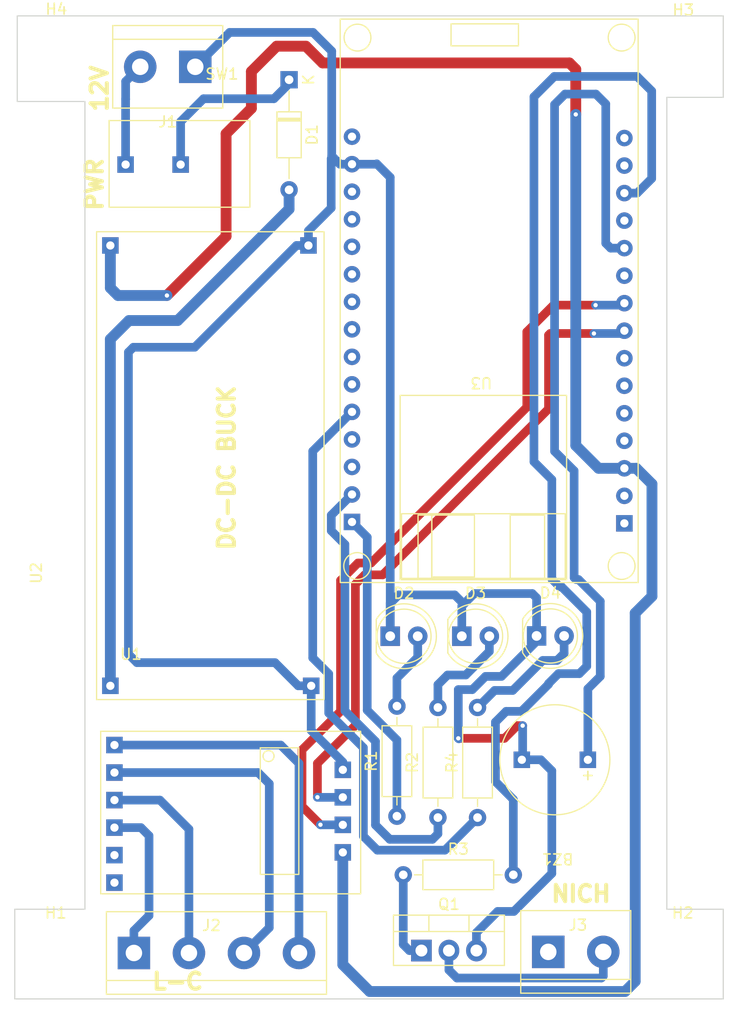
<source format=kicad_pcb>
(kicad_pcb (version 20211014) (generator pcbnew)
  (layers (0 "F.Cu" signal) (31 "B.Cu" signal) (34 "B.Paste" user) (35 "F.Paste" user) (36 "B.SilkS" user "B.Silkscreen") (37 "F.SilkS" user "F.Silkscreen") (38 "B.Mask" user) (39 "F.Mask" user) (44 "Edge.Cuts" user))
  (net 0 "")
  (net 1 "BUZZER")
  (net 2 "GND")
  (net 3 "Net-(D1-Pad1)")
  (net 4 "Net-(J2-Pad1)")
  (net 5 "Net-(D2-Pad2)")
  (net 6 "Net-(D3-Pad2)")
  (net 7 "Net-(D4-Pad2)")
  (net 8 "Net-(J1-Pad2)")
  (net 9 "Net-(J2-Pad2)")
  (net 10 "Net-(J2-Pad4)")
  (net 11 "11.1V")
  (net 12 "Net-(J3-Pad2)")
  (net 13 "Net-(Q1-Pad1)")
  (net 14 "LED1")
  (net 15 "NICHROME_PULSE")
  (net 16 "Net-(J2-Pad3)")
  (net 19 "5V")
  (net 20 "SCK")
  (net 21 "DT")
  (net 42 "LED3")
  (net 44 "LED2")
  (footprint "MountingHole:MountingHole_3.2mm_M3" (layer "F.Cu") (at 172.466 54.8132)
    (fp_text reference "H3" (at 0 -4.2) (layer "F.SilkS"))
    (fp_text value "MountingHole")
    (pad "" np_thru_hole circle (at 0 0) (size 3.2 3.2) (drill 3.2) (layers *.Cu *.Mask))
  )
  (footprint "Package_TO_SOT_THT:TO-220-3_Vertical" (layer "F.Cu") (at 148.2852 137.4192)
    (fp_text reference "Q1" (at 2.54 -4.27) (layer "F.SilkS"))
    (fp_text value "IRLZ34N")
    (fp_line (start -2.58 -1.76) (end 7.66 -1.76) (layer "F.SilkS") (width 0.12))
    (fp_line (start -2.58 -3.27) (end 7.66 -3.27) (layer "F.SilkS") (width 0.12))
    (fp_line (start -2.58 1.371) (end 7.66 1.371) (layer "F.SilkS") (width 0.12))
    (fp_line (start 4.391 -3.27) (end 4.391 -1.76) (layer "F.SilkS") (width 0.12))
    (fp_line (start -2.58 -3.27) (end -2.58 1.371) (layer "F.SilkS") (width 0.12))
    (fp_line (start 0.69 -3.27) (end 0.69 -1.76) (layer "F.SilkS") (width 0.12))
    (fp_line (start 7.66 -3.27) (end 7.66 1.371) (layer "F.SilkS") (width 0.12))
    (pad "1" thru_hole rect (at 0 0) (size 1.905 2) (drill 1.1) (layers *.Cu *.Mask) (net 13 "Net-(Q1-Pad1)"))
    (pad "2" thru_hole oval (at 2.54 0) (size 1.905 2) (drill 1.1) (layers *.Cu *.Mask) (net 12 "Net-(J3-Pad2)"))
    (pad "3" thru_hole oval (at 5.08 0) (size 1.905 2) (drill 1.1) (layers *.Cu *.Mask) (net 2 "GND"))
  )
  (footprint "custom-footprints:ESP32_DEVKIT" (layer "F.Cu") (at 168.2922 103.4512 180)
    (fp_text reference "U3" (at 14.478 18.439 180 unlocked) (layer "F.SilkS"))
    (fp_text value "ESP32_DEVKIT")
    (fp_rect (start 6.604 0.254) (end 21.971 17.272) (layer "F.SilkS") (width 0.12) (fill none))
    (fp_rect (start 15.113 0.508) (end 19.05 6.223) (layer "F.SilkS") (width 0.12) (fill none))
    (fp_rect (start 11.049 51.562) (end 17.272 49.53) (layer "F.SilkS") (width 0.12) (fill none))
    (fp_rect (start 0 0) (end 27.504 52) (layer "F.SilkS") (width 0.12) (fill none))
    (fp_rect (start 6.731 0.381) (end 21.844 6.35) (layer "F.SilkS") (width 0.12) (fill none))
    (fp_rect (start 8.636 0.381) (end 11.811 6.223) (layer "F.SilkS") (width 0.12) (fill none))
    (fp_rect (start 19.05 0.381) (end 20.32 6.223) (layer "F.SilkS") (width 0.12) (fill none))
    (fp_circle (center 1.524 50.292) (end 0.66181 51.181) (layer "F.SilkS") (width 0.12) (fill none))
    (fp_circle (center 25.939577 1.524) (end 25.077387 2.413) (layer "F.SilkS") (width 0.12) (fill none))
    (fp_circle (center 1.524 1.524) (end 0.66181 2.413) (layer "F.SilkS") (width 0.12) (fill none))
    (fp_circle (center 25.908 50.292) (end 25.04581 51.181) (layer "F.SilkS") (width 0.12) (fill none))
    (pad "1" thru_hole rect (at 1.27 5.461 180) (size 1.524 1.524) (drill oval 0.762) (layers *.Cu *.Mask))
    (pad "2" thru_hole circle (at 1.27 8.001 180) (size 1.524 1.524) (drill 0.762) (layers *.Cu *.Mask))
    (pad "3" thru_hole circle (at 1.27 10.541 180) (size 1.524 1.524) (drill 0.762) (layers *.Cu *.Mask) (net 19 "5V"))
    (pad "4" thru_hole circle (at 1.27 13.081 180) (size 1.524 1.524) (drill 0.762) (layers *.Cu *.Mask))
    (pad "5" thru_hole circle (at 1.27 15.621 180) (size 1.524 1.524) (drill 0.762) (layers *.Cu *.Mask))
    (pad "6" thru_hole circle (at 1.27 18.161 180) (size 1.524 1.524) (drill 0.762) (layers *.Cu *.Mask))
    (pad "7" thru_hole circle (at 1.27 20.701 180) (size 1.524 1.524) (drill 0.762) (layers *.Cu *.Mask))
    (pad "8" thru_hole circle (at 1.27 23.241 180) (size 1.524 1.524) (drill 0.762) (layers *.Cu *.Mask) (net 21 "DT"))
    (pad "9" thru_hole circle (at 1.27 25.781 180) (size 1.524 1.524) (drill 0.762) (layers *.Cu *.Mask) (net 20 "SCK"))
    (pad "10" thru_hole circle (at 1.27 28.321 180) (size 1.524 1.524) (drill 0.762) (layers *.Cu *.Mask))
    (pad "11" thru_hole circle (at 1.27 30.861 180) (size 1.524 1.524) (drill 0.762) (layers *.Cu *.Mask) (net 1 "BUZZER"))
    (pad "12" thru_hole circle (at 1.27 33.401 180) (size 1.524 1.524) (drill 0.762) (layers *.Cu *.Mask))
    (pad "13" thru_hole circle (at 1.27 35.941 180) (size 1.524 1.524) (drill 0.762) (layers *.Cu *.Mask) (net 15 "NICHROME_PULSE"))
    (pad "14" thru_hole circle (at 1.27 38.481 180) (size 1.524 1.524) (drill 0.762) (layers *.Cu *.Mask))
    (pad "15" thru_hole circle (at 1.27 41.021 180) (size 1.524 1.524) (drill 0.762) (layers *.Cu *.Mask))
    (pad "16" thru_hole circle (at 26.416 41.148 180) (size 1.524 1.524) (drill 0.762) (layers *.Cu *.Mask))
    (pad "17" thru_hole circle (at 26.416 38.608 180) (size 1.524 1.524) (drill 0.762) (layers *.Cu *.Mask) (net 2 "GND"))
    (pad "18" thru_hole circle (at 26.416 36.068 180) (size 1.524 1.524) (drill 0.762) (layers *.Cu *.Mask))
    (pad "19" thru_hole circle (at 26.416 33.528 180) (size 1.524 1.524) (drill 0.762) (layers *.Cu *.Mask))
    (pad "20" thru_hole circle (at 26.416 30.988 180) (size 1.524 1.524) (drill 0.762) (layers *.Cu *.Mask))
    (pad "21" thru_hole circle (at 26.416 28.448 180) (size 1.524 1.524) (drill 0.762) (layers *.Cu *.Mask))
    (pad "22" thru_hole circle (at 26.416 25.908 180) (size 1.524 1.524) (drill 0.762) (layers *.Cu *.Mask))
    (pad "23" thru_hole circle (at 26.416 23.368 180) (size 1.524 1.524) (drill 0.762) (layers *.Cu *.Mask))
    (pad "24" thru_hole circle (at 26.416 20.828 180) (size 1.524 1.524) (drill 0.762) (layers *.Cu *.Mask))
    (pad "25" thru_hole circle (at 26.416 18.288 180) (size 1.524 1.524) (drill 0.762) (layers *.Cu *.Mask))
    (pad "26" thru_hole circle (at 26.416 15.748 180) (size 1.524 1.524) (drill 0.762) (layers *.Cu *.Mask) (net 42 "LED3"))
    (pad "27" thru_hole circle (at 26.416 13.208 180) (size 1.524 1.524) (drill 0.762) (layers *.Cu *.Mask))
    (pad "28" thru_hole circle (at 26.416 10.668 180) (size 1.524 1.524) (drill 0.762) (layers *.Cu *.Mask))
    (pad "29" thru_hole circle (at 26.416 8.128 180) (size 1.524 1.524) (drill 0.762) (layers *.Cu *.Mask) (net 44 "LED2"))
    (pad "30" thru_hole rect (at 26.416 5.588 180) (size 1.524 1.524) (drill 0.762) (layers *.Cu *.Mask) (net 14 "LED1"))
  )
  (footprint "TerminalBlock:TerminalBlock_bornier-4_P5.08mm" (layer "F.Cu") (at 121.7422 137.6426)
    (fp_text reference "J2" (at 7.1628 -2.54) (layer "F.SilkS"))
    (fp_text value "LOAD_CELL_CONNECTOR")
    (fp_line (start -2.54 -3.81) (end -2.54 3.81) (layer "F.SilkS") (width 0.12))
    (fp_line (start -2.54 3.81) (end 17.78 3.81) (layer "F.SilkS") (width 0.12))
    (fp_line (start 17.78 2.54) (end -2.54 2.54) (layer "F.SilkS") (width 0.12))
    (fp_line (start 17.78 3.81) (end 17.78 -3.81) (layer "F.SilkS") (width 0.12))
    (fp_line (start -2.54 -3.81) (end 17.78 -3.81) (layer "F.SilkS") (width 0.12))
    (pad "1" thru_hole rect (at 0 0) (size 3 3) (drill 1.52) (layers *.Cu *.Mask) (net 4 "Net-(J2-Pad1)"))
    (pad "2" thru_hole circle (at 5.08 0) (size 3 3) (drill 1.52) (layers *.Cu *.Mask) (net 9 "Net-(J2-Pad2)"))
    (pad "3" thru_hole circle (at 10.16 0) (size 3 3) (drill 1.52) (layers *.Cu *.Mask) (net 16 "Net-(J2-Pad3)"))
    (pad "4" thru_hole circle (at 15.24 0) (size 3 3) (drill 1.52) (layers *.Cu *.Mask) (net 10 "Net-(J2-Pad4)"))
  )
  (footprint "LED_THT:LED_D5.0mm" (layer "F.Cu") (at 152.014 108.4072)
    (fp_text reference "D3" (at 1.27 -3.96) (layer "F.SilkS"))
    (fp_text value "LED")
    (fp_line (start -1.29 -1.545) (end -1.29 1.545) (layer "F.SilkS") (width 0.12))
    (fp_arc (start 4.26 -0.000462) (mid 2.072002 2.880433) (end -1.29 1.54483) (layer "F.SilkS") (width 0.12))
    (fp_arc (start -1.29 -1.54483) (mid 2.072002 -2.880433) (end 4.26 0.000462) (layer "F.SilkS") (width 0.12))
    (fp_circle (center 1.27 0) (end 3.77 0) (layer "F.SilkS") (width 0.12) (fill none))
    (pad "1" thru_hole rect (at 0 0) (size 1.8 1.8) (drill 0.9) (layers *.Cu *.Mask) (net 2 "GND"))
    (pad "2" thru_hole circle (at 2.54 0) (size 1.8 1.8) (drill 0.9) (layers *.Cu *.Mask) (net 6 "Net-(D3-Pad2)"))
  )
  (footprint "custom-footprints:HX711" (layer "F.Cu") (at 118.6764 117.182)
    (fp_text reference "U1" (at 2.794 -7.112 unlocked) (layer "F.SilkS"))
    (fp_text value "HX7111")
    (fp_rect (start 14.732 1.524) (end 18.288 13.208) (layer "F.SilkS") (width 0.12) (fill none))
    (fp_rect (start 0 0) (end 24 15) (layer "F.SilkS") (width 0.12) (fill none))
    (fp_circle (center 15.494 2.286) (end 15.494 2.794) (layer "F.SilkS") (width 0.12) (fill none))
    (pad "1" thru_hole rect (at 1.27 1.27) (size 1.524 1.524) (drill 0.762) (layers *.Cu *.Mask) (net 10 "Net-(J2-Pad4)"))
    (pad "2" thru_hole rect (at 1.27 3.81) (size 1.524 1.524) (drill 0.762) (layers *.Cu *.Mask) (net 16 "Net-(J2-Pad3)"))
    (pad "3" thru_hole rect (at 1.27 6.35) (size 1.524 1.524) (drill 0.762) (layers *.Cu *.Mask) (net 9 "Net-(J2-Pad2)"))
    (pad "4" thru_hole rect (at 1.27 8.89) (size 1.524 1.524) (drill 0.762) (layers *.Cu *.Mask) (net 4 "Net-(J2-Pad1)"))
    (pad "5" thru_hole rect (at 1.27 11.43) (size 1.524 1.524) (drill 0.762) (layers *.Cu *.Mask))
    (pad "6" thru_hole rect (at 1.27 13.97) (size 1.524 1.524) (drill 0.762) (layers *.Cu *.Mask))
    (pad "7" thru_hole rect (at 22.352 11.176) (size 1.524 1.524) (drill 0.762) (layers *.Cu *.Mask) (net 19 "5V"))
    (pad "8" thru_hole rect (at 22.352 8.636) (size 1.524 1.524) (drill 0.762) (layers *.Cu *.Mask) (net 20 "SCK"))
    (pad "9" thru_hole rect (at 22.352 6.096) (size 1.524 1.524) (drill 0.762) (layers *.Cu *.Mask) (net 21 "DT"))
    (pad "10" thru_hole rect (at 22.352 3.556) (size 1.524 1.524) (drill 0.762) (layers *.Cu *.Mask) (net 2 "GND"))
  )
  (footprint "custom-footprints:KDC1-11-ROCKER-SWITCH" (layer "F.Cu") (at 119.452 60.8142)
    (fp_text reference "SW1" (at 10.414 -4.294 unlocked) (layer "F.SilkS"))
    (fp_text value "ON")
    (fp_rect (start 0 0) (end 13 8) (layer "F.SilkS") (width 0.12) (fill none))
    (pad "1" thru_hole rect (at 1.524 4.064) (size 1.524 1.524) (drill 0.762) (layers *.Cu *.Mask) (net 8 "Net-(J1-Pad2)"))
    (pad "2" thru_hole rect (at 6.604 4.064) (size 1.524 1.524) (drill 0.762) (layers *.Cu *.Mask) (net 3 "Net-(D1-Pad1)"))
  )
  (footprint "Resistor_THT:R_Axial_DIN0207_L6.3mm_D2.5mm_P10.16mm_Horizontal" (layer "F.Cu") (at 149.8092 125.1458 90)
    (fp_text reference "R2" (at 5.08 -2.37 90) (layer "F.SilkS"))
    (fp_text value "100R")
    (fp_line (start 1.04 0) (end 1.81 0) (layer "F.SilkS") (width 0.12))
    (fp_line (start 1.81 1.37) (end 8.35 1.37) (layer "F.SilkS") (width 0.12))
    (fp_line (start 9.12 0) (end 8.35 0) (layer "F.SilkS") (width 0.12))
    (fp_line (start 8.35 -1.37) (end 1.81 -1.37) (layer "F.SilkS") (width 0.12))
    (fp_line (start 8.35 1.37) (end 8.35 -1.37) (layer "F.SilkS") (width 0.12))
    (fp_line (start 1.81 -1.37) (end 1.81 1.37) (layer "F.SilkS") (width 0.12))
    (pad "1" thru_hole circle (at 0 0 90) (size 1.6 1.6) (drill 0.8) (layers *.Cu *.Mask) (net 44 "LED2"))
    (pad "2" thru_hole oval (at 10.16 0 90) (size 1.6 1.6) (drill 0.8) (layers *.Cu *.Mask) (net 6 "Net-(D3-Pad2)"))
  )
  (footprint "custom-footprints:LM2596-BUCK-CONVERTER" (layer "F.Cu") (at 118.2968 114.2558 90)
    (fp_text reference "U2" (at 11.684 -5.564 90 unlocked) (layer "F.SilkS"))
    (fp_text value "LM2596")
    (fp_rect (start 0 0) (end 43.18 21) (layer "F.SilkS") (width 0.12) (fill none))
    (pad "1" thru_hole rect (at 1.27 1.27 90) (size 1.524 1.524) (drill 0.762) (layers *.Cu *.Mask) (net 11 "11.1V"))
    (pad "2" thru_hole rect (at 1.27 19.812 90) (size 1.524 1.524) (drill 0.762) (layers *.Cu *.Mask) (net 2 "GND"))
    (pad "3" thru_hole rect (at 41.91 19.558 90) (size 1.524 1.524) (drill 0.762) (layers *.Cu *.Mask) (net 2 "GND"))
    (pad "4" thru_hole rect (at 41.91 1.27 90) (size 1.524 1.524) (drill 0.762) (layers *.Cu *.Mask) (net 19 "5V"))
  )
  (footprint "TerminalBlock:TerminalBlock_bornier-2_P5.08mm" (layer "F.Cu") (at 159.9946 137.541)
    (fp_text reference "J3" (at 2.7432 -2.4638) (layer "F.SilkS"))
    (fp_text value "NICHROME-TERMINAL")
    (fp_line (start 7.62 3.81) (end 7.62 -3.81) (layer "F.SilkS") (width 0.12))
    (fp_line (start -2.54 -3.81) (end -2.54 3.81) (layer "F.SilkS") (width 0.12))
    (fp_line (start 7.62 2.54) (end -2.54 2.54) (layer "F.SilkS") (width 0.12))
    (fp_line (start -2.54 3.81) (end 7.62 3.81) (layer "F.SilkS") (width 0.12))
    (fp_line (start 7.62 -3.81) (end -2.54 -3.81) (layer "F.SilkS") (width 0.12))
    (pad "1" thru_hole rect (at 0 0) (size 3 3) (drill 1.52) (layers *.Cu *.Mask) (net 11 "11.1V"))
    (pad "2" thru_hole circle (at 5.08 0) (size 3 3) (drill 1.52) (layers *.Cu *.Mask) (net 12 "Net-(J3-Pad2)"))
  )
  (footprint "Resistor_THT:R_Axial_DIN0207_L6.3mm_D2.5mm_P10.16mm_Horizontal" (layer "F.Cu") (at 153.4668 125.1458 90)
    (fp_text reference "R4" (at 5.08 -2.37 90) (layer "F.SilkS"))
    (fp_text value "100R")
    (fp_line (start 1.04 0) (end 1.81 0) (layer "F.SilkS") (width 0.12))
    (fp_line (start 9.12 0) (end 8.35 0) (layer "F.SilkS") (width 0.12))
    (fp_line (start 1.81 1.37) (end 8.35 1.37) (layer "F.SilkS") (width 0.12))
    (fp_line (start 8.35 -1.37) (end 1.81 -1.37) (layer "F.SilkS") (width 0.12))
    (fp_line (start 8.35 1.37) (end 8.35 -1.37) (layer "F.SilkS") (width 0.12))
    (fp_line (start 1.81 -1.37) (end 1.81 1.37) (layer "F.SilkS") (width 0.12))
    (pad "1" thru_hole circle (at 0 0 90) (size 1.6 1.6) (drill 0.8) (layers *.Cu *.Mask) (net 42 "LED3"))
    (pad "2" thru_hole oval (at 10.16 0 90) (size 1.6 1.6) (drill 0.8) (layers *.Cu *.Mask) (net 7 "Net-(D4-Pad2)"))
  )
  (footprint "LED_THT:LED_D5.0mm" (layer "F.Cu") (at 145.405 108.4072)
    (fp_text reference "D2" (at 1.27 -3.96) (layer "F.SilkS"))
    (fp_text value "LED")
    (fp_line (start -1.29 -1.545) (end -1.29 1.545) (layer "F.SilkS") (width 0.12))
    (fp_arc (start -1.29 -1.54483) (mid 2.072002 -2.880433) (end 4.26 0.000462) (layer "F.SilkS") (width 0.12))
    (fp_arc (start 4.26 -0.000462) (mid 2.072002 2.880433) (end -1.29 1.54483) (layer "F.SilkS") (width 0.12))
    (fp_circle (center 1.27 0) (end 3.77 0) (layer "F.SilkS") (width 0.12) (fill none))
    (pad "1" thru_hole rect (at 0 0) (size 1.8 1.8) (drill 0.9) (layers *.Cu *.Mask) (net 2 "GND"))
    (pad "2" thru_hole circle (at 2.54 0) (size 1.8 1.8) (drill 0.9) (layers *.Cu *.Mask) (net 5 "Net-(D2-Pad2)"))
  )
  (footprint "TerminalBlock:TerminalBlock_bornier-2_P5.08mm" (layer "F.Cu") (at 127.4064 55.8546 180)
    (fp_text reference "J1" (at 2.54 -5.08) (layer "F.SilkS"))
    (fp_text value "BATTERY_TERMINAL")
    (fp_line (start 7.62 -3.81) (end -2.54 -3.81) (layer "F.SilkS") (width 0.12))
    (fp_line (start 7.62 2.54) (end -2.54 2.54) (layer "F.SilkS") (width 0.12))
    (fp_line (start 7.62 3.81) (end 7.62 -3.81) (layer "F.SilkS") (width 0.12))
    (fp_line (start -2.54 -3.81) (end -2.54 3.81) (layer "F.SilkS") (width 0.12))
    (fp_line (start -2.54 3.81) (end 7.62 3.81) (layer "F.SilkS") (width 0.12))
    (pad "1" thru_hole rect (at 0 0 180) (size 3 3) (drill 1.52) (layers *.Cu *.Mask) (net 2 "GND"))
    (pad "2" thru_hole circle (at 5.08 0 180) (size 3 3) (drill 1.52) (layers *.Cu *.Mask) (net 8 "Net-(J1-Pad2)"))
  )
  (footprint "MountingHole:MountingHole_3.2mm_M3" (layer "F.Cu") (at 114.5794 54.737)
    (fp_text reference "H4" (at 0 -4.2) (layer "F.SilkS"))
    (fp_text value "MountingHole")
    (pad "" np_thru_hole circle (at 0 0) (size 3.2 3.2) (drill 3.2) (layers *.Cu *.Mask))
  )
  (footprint "LED_THT:LED_D5.0mm" (layer "F.Cu") (at 158.9178 108.3818)
    (fp_text reference "D4" (at 1.27 -3.96) (layer "F.SilkS"))
    (fp_text value "LED")
    (fp_line (start -1.29 -1.545) (end -1.29 1.545) (layer "F.SilkS") (width 0.12))
    (fp_arc (start -1.29 -1.54483) (mid 2.072002 -2.880433) (end 4.26 0.000462) (layer "F.SilkS") (width 0.12))
    (fp_arc (start 4.26 -0.000462) (mid 2.072002 2.880433) (end -1.29 1.54483) (layer "F.SilkS") (width 0.12))
    (fp_circle (center 1.27 0) (end 3.77 0) (layer "F.SilkS") (width 0.12) (fill none))
    (pad "1" thru_hole rect (at 0 0) (size 1.8 1.8) (drill 0.9) (layers *.Cu *.Mask) (net 2 "GND"))
    (pad "2" thru_hole circle (at 2.54 0) (size 1.8 1.8) (drill 0.9) (layers *.Cu *.Mask) (net 7 "Net-(D4-Pad2)"))
  )
  (footprint "MountingHole:MountingHole_3.2mm_M3" (layer "F.Cu") (at 172.4152 138.1506)
    (fp_text reference "H2" (at 0 -4.2) (layer "F.SilkS"))
    (fp_text value "MountingHole")
    (pad "" np_thru_hole circle (at 0 0) (size 3.2 3.2) (drill 3.2) (layers *.Cu *.Mask))
  )
  (footprint "Resistor_THT:R_Axial_DIN0207_L6.3mm_D2.5mm_P10.16mm_Horizontal" (layer "F.Cu") (at 146.6088 130.429)
    (fp_text reference "R3" (at 5.08 -2.37) (layer "F.SilkS"))
    (fp_text value "100R")
    (fp_line (start 9.12 0) (end 8.35 0) (layer "F.SilkS") (width 0.12))
    (fp_line (start 1.81 1.37) (end 8.35 1.37) (layer "F.SilkS") (width 0.12))
    (fp_line (start 8.35 -1.37) (end 1.81 -1.37) (layer "F.SilkS") (width 0.12))
    (fp_line (start 1.81 -1.37) (end 1.81 1.37) (layer "F.SilkS") (width 0.12))
    (fp_line (start 1.04 0) (end 1.81 0) (layer "F.SilkS") (width 0.12))
    (fp_line (start 8.35 1.37) (end 8.35 -1.37) (layer "F.SilkS") (width 0.12))
    (pad "1" thru_hole circle (at 0 0) (size 1.6 1.6) (drill 0.8) (layers *.Cu *.Mask) (net 13 "Net-(Q1-Pad1)"))
    (pad "2" thru_hole oval (at 10.16 0) (size 1.6 1.6) (drill 0.8) (layers *.Cu *.Mask) (net 15 "NICHROME_PULSE"))
  )
  (footprint "Resistor_THT:R_Axial_DIN0207_L6.3mm_D2.5mm_P10.16mm_Horizontal" (layer "F.Cu") (at 146.0246 125.0188 90)
    (fp_text reference "R1" (at 5.08 -2.37 90) (layer "F.SilkS"))
    (fp_text value "100R")
    (fp_line (start 9.12 0) (end 8.35 0) (layer "F.SilkS") (width 0.12))
    (fp_line (start 1.81 -1.37) (end 1.81 1.37) (layer "F.SilkS") (width 0.12))
    (fp_line (start 1.81 1.37) (end 8.35 1.37) (layer "F.SilkS") (width 0.12))
    (fp_line (start 1.04 0) (end 1.81 0) (layer "F.SilkS") (width 0.12))
    (fp_line (start 8.35 1.37) (end 8.35 -1.37) (layer "F.SilkS") (width 0.12))
    (fp_line (start 8.35 -1.37) (end 1.81 -1.37) (layer "F.SilkS") (width 0.12))
    (pad "1" thru_hole circle (at 0 0 90) (size 1.6 1.6) (drill 0.8) (layers *.Cu *.Mask) (net 14 "LED1"))
    (pad "2" thru_hole oval (at 10.16 0 90) (size 1.6 1.6) (drill 0.8) (layers *.Cu *.Mask) (net 5 "Net-(D2-Pad2)"))
  )
  (footprint "MountingHole:MountingHole_3.2mm_M3" (layer "F.Cu") (at 114.5286 138.1506)
    (fp_text reference "H1" (at 0 -4.2) (layer "F.SilkS"))
    (fp_text value "MountingHole")
    (pad "" np_thru_hole circle (at 0 0) (size 3.2 3.2) (drill 3.2) (layers *.Cu *.Mask))
  )
  (footprint "custom-footprints:BUZZER" (layer "F.Cu") (at 160.6042 119.8118 180)
    (fp_text reference "BZ1" (at -0.254 -9.144 180 unlocked) (layer "F.SilkS"))
    (fp_text value "Buzzer")
    (fp_text user "+" (at -3.048 -1.524 180 unlocked) (layer "F.SilkS"))
    (fp_circle (center 0 0) (end 5.08 0) (layer "F.SilkS") (width 0.12) (fill none))
    (pad "1" thru_hole rect (at -3.048 0 180) (size 1.524 1.524) (drill 0.762) (layers *.Cu *.Mask) (net 1 "BUZZER"))
    (pad "2" thru_hole rect (at 3.048 0 180) (size 1.524 1.524) (drill 0.762) (layers *.Cu *.Mask) (net 2 "GND"))
  )
  (footprint "Diode_THT:D_DO-35_SOD27_P10.16mm_Horizontal" (layer "F.Cu") (at 136.0678 57.0484 -90)
    (fp_text reference "D1" (at 5.08 -2.12 90) (layer "F.SilkS"))
    (fp_text value "DIODE")
    (fp_text user "K" (at 0 -1.8 90) (layer "F.SilkS"))
    (fp_line (start 7.2 1.12) (end 7.2 -1.12) (layer "F.SilkS") (width 0.12))
    (fp_line (start 3.68 -1.12) (end 3.68 1.12) (layer "F.SilkS") (width 0.12))
    (fp_line (start 7.2 -1.12) (end 2.96 -1.12) (layer "F.SilkS") (width 0.12))
    (fp_line (start 2.96 1.12) (end 7.2 1.12) (layer "F.SilkS") (width 0.12))
    (fp_line (start 1.04 0) (end 2.96 0) (layer "F.SilkS") (width 0.12))
    (fp_line (start 2.96 -1.12) (end 2.96 1.12) (layer "F.SilkS") (width 0.12))
    (fp_line (start 3.8 -1.12) (end 3.8 1.12) (layer "F.SilkS") (width 0.12))
    (fp_line (start 3.56 -1.12) (end 3.56 1.12) (layer "F.SilkS") (width 0.12))
    (fp_line (start 9.12 0) (end 7.2 0) (layer "F.SilkS") (width 0.12))
    (pad "1" thru_hole rect (at 0 0 270) (size 1.6 1.6) (drill 0.8) (layers *.Cu *.Mask) (net 3 "Net-(D1-Pad1)"))
    (pad "2" thru_hole oval (at 10.16 0 270) (size 1.6 1.6) (drill 0.8) (layers *.Cu *.Mask) (net 11 "11.1V"))
  )
  (gr_line (start 117.221 59.055) (end 117.221 133.604) (layer "Edge.Cuts") (width 0.1))
  (gr_line (start 110.9726 59.055) (end 117.221 59.055) (layer "Edge.Cuts") (width 0.1))
  (gr_line (start 176.149 133.604) (end 176.149 141.8844) (layer "Edge.Cuts") (width 0.1))
  (gr_line (start 110.9726 51.1556) (end 176.149 51.1556) (layer "Edge.Cuts") (width 0.1))
  (gr_line (start 110.744 141.8844) (end 110.9726 141.8844) (layer "Edge.Cuts") (width 0.1))
  (gr_line (start 110.9726 51.1556) (end 110.9726 59.055) (layer "Edge.Cuts") (width 0.1))
  (gr_line (start 117.221 133.604) (end 110.744 133.604) (layer "Edge.Cuts") (width 0.1))
  (gr_line (start 176.149 58.674) (end 170.942 58.674) (layer "Edge.Cuts") (width 0.1))
  (gr_line (start 176.149 141.8844) (end 110.9726 141.8844) (layer "Edge.Cuts") (width 0.1))
  (gr_line (start 110.744 133.604) (end 110.744 141.8844) (layer "Edge.Cuts") (width 0.1))
  (gr_line (start 176.149 51.1556) (end 176.149 58.674) (layer "Edge.Cuts") (width 0.1))
  (gr_line (start 170.942 58.674) (end 170.942 133.604) (layer "Edge.Cuts") (width 0.1))
  (gr_line (start 170.942 133.604) (end 176.149 133.604) (layer "Edge.Cuts") (width 0.1))
  (gr_text "12V" (at 118.5672 57.8612 90) (layer "F.SilkS") (effects (font (size 1.5 1.5) (thickness 0.375))))
  (gr_text "NICH" (at 163.0172 132.1816) (layer "F.SilkS") (effects (font (size 1.5 1.5) (thickness 0.375))))
  (gr_text "DC-DC BUCK" (at 130.302 92.8624 90) (layer "F.SilkS") (effects (font (size 1.5 1.5) (thickness 0.375))))
  (gr_text "L-C\n\n" (at 125.7808 141.478) (layer "F.SilkS") (effects (font (size 1.5 1.5) (thickness 0.375))))
  (gr_text "PWR" (at 118.11 66.7004 90) (layer "F.SilkS") (effects (font (size 1.5 1.5) (thickness 0.375))))
  (segment (start 160.5788 91.3384) (end 160.5788 59.3344) (width 0.8) (layer "B.Cu") (net 1))
  (segment (start 164.7952 112.1156) (end 164.7952 105.1814) (width 0.8) (layer "B.Cu") (net 1))
  (segment (start 163.6522 113.2586) (end 164.7952 112.1156) (width 0.8) (layer "B.Cu") (net 1))
  (segment (start 165.7574 72.5902) (end 167.0222 72.5902) (width 0.8) (layer "B.Cu") (net 1))
  (segment (start 161.544 58.3692) (end 164.3888 58.3692) (width 0.8) (layer "B.Cu") (net 1))
  (segment (start 165.3032 72.136) (end 165.7574 72.5902) (width 0.8) (layer "B.Cu") (net 1))
  (segment (start 162.3822 93.1418) (end 160.5788 91.3384) (width 0.8) (layer "B.Cu") (net 1))
  (segment (start 165.3032 59.2836) (end 165.3032 72.136) (width 0.8) (layer "B.Cu") (net 1))
  (segment (start 163.6522 119.8118) (end 163.6522 113.2586) (width 0.8) (layer "B.Cu") (net 1))
  (segment (start 162.3822 102.997) (end 162.3822 93.1418) (width 0.8) (layer "B.Cu") (net 1))
  (segment (start 164.3888 58.3692) (end 165.3032 59.2836) (width 0.8) (layer "B.Cu") (net 1))
  (segment (start 160.5788 59.3344) (end 161.544 58.3692) (width 0.8) (layer "B.Cu") (net 1))
  (segment (start 162.56 103.1748) (end 162.3822 102.997) (width 0.8) (layer "B.Cu") (net 1))
  (segment (start 162.7886 103.1748) (end 162.56 103.1748) (width 0.8) (layer "B.Cu") (net 1))
  (segment (start 164.7952 105.1814) (end 162.7886 103.1748) (width 0.8) (layer "B.Cu") (net 1))
  (segment (start 157.6324 116.6622) (end 157.1244 116.6622) (width 0.8) (layer "F.Cu") (net 2))
  (segment (start 157.1244 116.6622) (end 155.956 117.8306) (width 0.8) (layer "F.Cu") (net 2))
  (segment (start 155.956 117.8306) (end 151.6888 117.8306) (width 0.8) (layer "F.Cu") (net 2))
  (via (at 151.6888 117.8306) (size 0.8) (drill 0.4) (layers "F.Cu" "B.Cu") (net 2))
  (via (at 157.6324 116.6622) (size 0.8) (drill 0.4) (layers "F.Cu" "B.Cu") (net 2))
  (segment (start 139.954 64.3382) (end 140.1064 64.1858) (width 0.8) (layer "B.Cu") (net 2))
  (segment (start 160.3248 120.8278) (end 159.3088 119.8118) (width 0.8) (layer "B.Cu") (net 2))
  (segment (start 145.405 108.4072) (end 145.405 105.3692) (width 0.8) (layer "B.Cu") (net 2))
  (segment (start 144.1577 64.8081) (end 144.1226 64.8432) (width 0.8) (layer "B.Cu") (net 2))
  (segment (start 158.9178 108.3818) (end 158.9178 108.8744) (width 0.8) (layer "B.Cu") (net 2))
  (segment (start 121.2342 82.1944) (end 121.2342 110.0582) (width 0.8) (layer "B.Cu") (net 2))
  (segment (start 145.405 105.3692) (end 146.177 104.5972) (width 0.8) (layer "B.Cu") (net 2))
  (segment (start 136.747 72.3458) (end 127.3556 81.7372) (width 0.8) (layer "B.Cu") (net 2))
  (segment (start 127.3556 81.7372) (end 121.6914 81.7372) (width 0.8) (layer "B.Cu") (net 2))
  (segment (start 134.7724 110.8456) (end 136.9126 112.9858) (width 0.8) (layer "B.Cu") (net 2))
  (segment (start 159.3088 119.8118) (end 157.5562 119.8118) (width 0.8) (layer "B.Cu") (net 2))
  (segment (start 137.8548 70.984) (end 139.954 68.8848) (width 0.8) (layer "B.Cu") (net 2))
  (segment (start 140.7638 64.8432) (end 141.8762 64.8432) (width 0.8) (layer "B.Cu") (net 2))
  (segment (start 137.8548 72.3458) (end 137.8548 70.984) (width 0.8) (layer "B.Cu") (net 2))
  (segment (start 158.5214 104.4702) (end 153.162 104.4702) (width 0.8) (layer "B.Cu") (net 2))
  (segment (start 152.1968 105.4354) (end 152.014 105.6182) (width 0.8) (layer "B.Cu") (net 2))
  (segment (start 144.1226 64.8432) (end 141.8762 64.8432) (width 0.8) (layer "B.Cu") (net 2))
  (segment (start 127.4064 55.8546) (end 130.5814 52.6796) (width 0.8) (layer "B.Cu") (net 2))
  (segment (start 151.3586 104.5972) (end 152.1968 105.4354) (width 0.8) (layer "B.Cu") (net 2))
  (segment (start 152.014 105.6182) (end 152.014 108.4072) (width 0.8) (layer "B.Cu") (net 2))
  (segment (start 158.9178 108.8744) (end 155.6766 112.1156) (width 0.8) (layer "B.Cu") (net 2))
  (segment (start 157.6324 119.7356) (end 157.5562 119.8118) (width 0.8) (layer "B.Cu") (net 2))
  (segment (start 138.2776 52.6796) (end 140.0048 54.4068) (width 0.8) (layer "B.Cu") (net 2))
  (segment (start 151.6888 113.3348) (end 151.6888 117.8306) (width 0.8) (layer "B.Cu") (net 2))
  (segment (start 137.8548 72.3458) (end 136.747 72.3458) (width 0.8) (layer "B.Cu") (net 2))
  (segment (start 121.2342 110.0582) (end 122.0216 110.8456) (width 0.8) (layer "B.Cu") (net 2))
  (segment (start 121.6914 81.7372) (end 121.2342 82.1944) (width 0.8) (layer "B.Cu") (net 2))
  (segment (start 158.9178 108.3818) (end 158.9178 104.8666) (width 0.8) (layer "B.Cu") (net 2))
  (segment (start 145.405 108.4072) (end 145.405 66.0554) (width 0.8) (layer "B.Cu") (net 2))
  (segment (start 155.321 133.8072) (end 156.8196 133.8072) (width 0.8) (layer "B.Cu") (net 2))
  (segment (start 155.6766 112.1156) (end 154.2034 112.1156) (width 0.8) (layer "B.Cu") (net 2))
  (segment (start 157.6324 116.6622) (end 157.6324 119.7356) (width 0.8) (layer "B.Cu") (net 2))
  (segment (start 153.3652 135.763) (end 155.321 133.8072) (width 0.8) (layer "B.Cu") (net 2))
  (segment (start 151.7396 117.8814) (end 151.6888 117.8306) (width 0.8) (layer "B.Cu") (net 2))
  (segment (start 138.1088 117.103) (end 141.0284 120.0226) (width 0.8) (layer "B.Cu") (net 2))
  (segment (start 130.5814 52.6796) (end 138.2776 52.6796) (width 0.8) (layer "B.Cu") (net 2))
  (segment (start 122.0216 110.8456) (end 134.7724 110.8456) (width 0.8) (layer "B.Cu") (net 2))
  (segment (start 145.405 66.0554) (end 144.1577 64.8081) (width 0.8) (layer "B.Cu") (net 2))
  (segment (start 140.0048 54.4068) (end 140.0048 64.0842) (width 0.8) (layer "B.Cu") (net 2))
  (segment (start 140.1064 64.1858) (end 140.7638 64.8432) (width 0.8) (layer "B.Cu") (net 2))
  (segment (start 139.954 68.8848) (end 139.954 64.3382) (width 0.8) (layer "B.Cu") (net 2))
  (segment (start 141.0284 120.0226) (end 141.0284 120.738) (width 0.8) (layer "B.Cu") (net 2))
  (segment (start 136.9126 112.9858) (end 138.1088 112.9858) (width 0.8) (layer "B.Cu") (net 2))
  (segment (start 140.0048 64.0842) (end 140.7638 64.8432) (width 0.8) (layer "B.Cu") (net 2))
  (segment (start 153.3652 137.4192) (end 153.3652 135.763) (width 0.8) (layer "B.Cu") (net 2))
  (segment (start 160.3248 130.302) (end 160.3248 120.8278) (width 0.8) (layer "B.Cu") (net 2))
  (segment (start 154.2034 112.1156) (end 152.9842 113.3348) (width 0.8) (layer "B.Cu") (net 2))
  (segment (start 152.9842 113.3348) (end 151.6888 113.3348) (width 0.8) (layer "B.Cu") (net 2))
  (segment (start 158.9178 104.8666) (end 158.5214 104.4702) (width 0.8) (layer "B.Cu") (net 2))
  (segment (start 153.162 104.4702) (end 152.1968 105.4354) (width 0.8) (layer "B.Cu") (net 2))
  (segment (start 146.177 104.5972) (end 151.3586 104.5972) (width 0.8) (layer "B.Cu") (net 2))
  (segment (start 156.8196 133.8072) (end 160.3248 130.302) (width 0.8) (layer "B.Cu") (net 2))
  (segment (start 138.1088 112.9858) (end 138.1088 117.103) (width 0.8) (layer "B.Cu") (net 2))
  (segment (start 128.1684 58.801) (end 134.6708 58.801) (width 0.8) (layer "B.Cu") (net 3))
  (segment (start 126.056 60.9134) (end 128.1684 58.801) (width 0.8) (layer "B.Cu") (net 3))
  (segment (start 136.0678 57.404) (end 136.0678 57.0484) (width 0.8) (layer "B.Cu") (net 3))
  (segment (start 126.056 64.8782) (end 126.056 60.9134) (width 0.8) (layer "B.Cu") (net 3))
  (segment (start 134.6708 58.801) (end 136.0678 57.404) (width 0.8) (layer "B.Cu") (net 3))
  (segment (start 123.1392 126.8222) (end 123.1392 134.1882) (width 0.8) (layer "B.Cu") (net 4))
  (segment (start 123.1392 134.1882) (end 121.7422 135.5852) (width 0.8) (layer "B.Cu") (net 4))
  (segment (start 121.7422 135.5852) (end 121.7422 137.6426) (width 0.8) (layer "B.Cu") (net 4))
  (segment (start 122.389 126.072) (end 123.1392 126.8222) (width 0.8) (layer "B.Cu") (net 4))
  (segment (start 121.7422 137.6426) (end 121.6152 137.5156) (width 0.8) (layer "B.Cu") (net 4))
  (segment (start 119.9464 126.072) (end 122.389 126.072) (width 0.8) (layer "B.Cu") (net 4))
  (segment (start 146.0246 112.268) (end 146.0246 114.8588) (width 0.8) (layer "B.Cu") (net 5))
  (segment (start 147.945 110.3476) (end 146.0246 112.268) (width 0.8) (layer "B.Cu") (net 5))
  (segment (start 147.945 108.4072) (end 147.945 110.3476) (width 0.8) (layer "B.Cu") (net 5))
  (segment (start 154.554 109.8092) (end 152.3746 111.9886) (width 0.8) (layer "B.Cu") (net 6))
  (segment (start 150.6982 111.9886) (end 149.8092 112.8776) (width 0.8) (layer "B.Cu") (net 6))
  (segment (start 149.8092 112.8776) (end 149.8092 114.9858) (width 0.8) (layer "B.Cu") (net 6))
  (segment (start 152.3746 111.9886) (end 150.6982 111.9886) (width 0.8) (layer "B.Cu") (net 6))
  (segment (start 154.554 108.4072) (end 154.554 109.8092) (width 0.8) (layer "B.Cu") (net 6))
  (segment (start 153.4668 114.9858) (end 155.0416 113.411) (width 0.8) (layer "B.Cu") (net 7))
  (segment (start 159.4866 110.6424) (end 160.8074 110.6424) (width 0.8) (layer "B.Cu") (net 7))
  (segment (start 160.8074 110.6424) (end 161.4578 109.992) (width 0.8) (layer "B.Cu") (net 7))
  (segment (start 156.718 113.411) (end 159.4866 110.6424) (width 0.8) (layer "B.Cu") (net 7))
  (segment (start 161.4578 109.992) (end 161.4578 108.3818) (width 0.8) (layer "B.Cu") (net 7))
  (segment (start 155.0416 113.411) (end 156.718 113.411) (width 0.8) (layer "B.Cu") (net 7))
  (segment (start 122.3264 55.8546) (end 120.9802 57.2008) (width 0.8) (layer "B.Cu") (net 8))
  (segment (start 120.9802 57.2008) (end 120.9802 58.8434) (width 0.8) (layer "B.Cu") (net 8))
  (segment (start 120.976 58.8476) (end 120.976 64.8782) (width 0.8) (layer "B.Cu") (net 8))
  (segment (start 120.9802 58.8434) (end 120.976 58.8476) (width 0.8) (layer "B.Cu") (net 8))
  (segment (start 124.1416 123.532) (end 126.8222 126.2126) (width 0.8) (layer "B.Cu") (net 9))
  (segment (start 126.8222 126.2126) (end 126.8222 137.6426) (width 0.8) (layer "B.Cu") (net 9))
  (segment (start 119.9464 123.532) (end 124.1416 123.532) (width 0.8) (layer "B.Cu") (net 9))
  (segment (start 119.9464 118.452) (end 135.2922 118.452) (width 0.8) (layer "B.Cu") (net 10))
  (segment (start 136.9822 120.142) (end 136.9822 137.6426) (width 0.8) (layer "B.Cu") (net 10))
  (segment (start 135.2922 118.452) (end 136.9822 120.142) (width 0.8) (layer "B.Cu") (net 10))
  (segment (start 136.0678 68.9864) (end 136.0678 67.2084) (width 1) (layer "B.Cu") (net 11))
  (segment (start 119.5668 112.9858) (end 119.5668 80.9916) (width 1) (layer "B.Cu") (net 11))
  (segment (start 125.7808 79.2734) (end 136.0678 68.9864) (width 1) (layer "B.Cu") (net 11))
  (segment (start 119.5668 80.9916) (end 121.285 79.2734) (width 1) (layer "B.Cu") (net 11))
  (segment (start 121.285 79.2734) (end 125.7808 79.2734) (width 1) (layer "B.Cu") (net 11))
  (segment (start 150.8252 137.4192) (end 150.8252 139.2192) (width 0.8) (layer "B.Cu") (net 12))
  (segment (start 150.8252 139.2192) (end 151.56 139.954) (width 0.8) (layer "B.Cu") (net 12))
  (segment (start 151.56 139.954) (end 164.8968 139.954) (width 0.8) (layer "B.Cu") (net 12))
  (segment (start 164.8968 139.954) (end 165.0746 139.7762) (width 0.8) (layer "B.Cu") (net 12))
  (segment (start 165.0746 139.7762) (end 165.0746 137.541) (width 0.8) (layer "B.Cu") (net 12))
  (segment (start 147.1728 137.4192) (end 148.2852 137.4192) (width 0.8) (layer "B.Cu") (net 13))
  (segment (start 146.6088 130.429) (end 146.6088 136.8552) (width 0.8) (layer "B.Cu") (net 13))
  (segment (start 146.6088 136.8552) (end 147.1728 137.4192) (width 0.8) (layer "B.Cu") (net 13))
  (segment (start 143.2814 115.2398) (end 143.2814 99.2684) (width 0.8) (layer "B.Cu") (net 14))
  (segment (start 143.2814 99.2684) (end 141.8762 97.8632) (width 0.8) (layer "B.Cu") (net 14))
  (segment (start 146.0246 117.983) (end 143.2814 115.2398) (width 0.8) (layer "B.Cu") (net 14))
  (segment (start 146.0246 125.0188) (end 146.0246 117.983) (width 0.8) (layer "B.Cu") (net 14))
  (segment (start 168.2018 67.5102) (end 167.0222 67.5102) (width 0.8) (layer "B.Cu") (net 15))
  (segment (start 156.7688 123.4694) (end 155.1178 121.8184) (width 0.8) (layer "B.Cu") (net 15))
  (segment (start 158.6738 58.6232) (end 160.5534 56.7436) (width 0.8) (layer "B.Cu") (net 15))
  (segment (start 160.02 112.844014) (end 160.02 112.776) (width 0.8) (layer "B.Cu") (net 15))
  (segment (start 160.5534 56.7436) (end 168.1988 56.7436) (width 0.8) (layer "B.Cu") (net 15))
  (segment (start 157.522614 115.3414) (end 160.02 112.844014) (width 0.8) (layer "B.Cu") (net 15))
  (segment (start 163.5506 106.172) (end 161.2138 103.8352) (width 0.8) (layer "B.Cu") (net 15))
  (segment (start 156.1084 115.3414) (end 157.522614 115.3414) (width 0.8) (layer "B.Cu") (net 15))
  (segment (start 155.1178 116.332) (end 156.1084 115.3414) (width 0.8) (layer "B.Cu") (net 15))
  (segment (start 163.5506 111.1758) (end 163.5506 106.172) (width 0.8) (layer "B.Cu") (net 15))
  (segment (start 169.545 66.167) (end 168.2018 67.5102) (width 0.8) (layer "B.Cu") (net 15))
  (segment (start 162.8648 111.8616) (end 163.5506 111.1758) (width 0.8) (layer "B.Cu") (net 15))
  (segment (start 160.3248 93.9546) (end 158.6738 92.3036) (width 0.8) (layer "B.Cu") (net 15))
  (segment (start 161.036 103.8352) (end 160.3248 103.124) (width 0.8) (layer "B.Cu") (net 15))
  (segment (start 160.02 112.776) (end 160.9344 111.8616) (width 0.8) (layer "B.Cu") (net 15))
  (segment (start 155.1178 121.8184) (end 155.1178 116.332) (width 0.8) (layer "B.Cu") (net 15))
  (segment (start 168.1988 56.7436) (end 169.545 58.0898) (width 0.8) (layer "B.Cu") (net 15))
  (segment (start 169.545 58.0898) (end 169.545 66.167) (width 0.8) (layer "B.Cu") (net 15))
  (segment (start 161.2138 103.8352) (end 161.036 103.8352) (width 0.8) (layer "B.Cu") (net 15))
  (segment (start 156.7688 130.429) (end 156.7688 123.4694) (width 0.8) (layer "B.Cu") (net 15))
  (segment (start 160.9344 111.8616) (end 162.8648 111.8616) (width 0.8) (layer "B.Cu") (net 15))
  (segment (start 160.3248 103.124) (end 160.3248 93.9546) (width 0.8) (layer "B.Cu") (net 15))
  (segment (start 158.6738 92.3036) (end 158.6738 58.6232) (width 0.8) (layer "B.Cu") (net 15))
  (segment (start 133.2094 120.992) (end 134.239 122.0216) (width 0.8) (layer "B.Cu") (net 16))
  (segment (start 134.239 122.0216) (end 134.239 135.3058) (width 0.8) (layer "B.Cu") (net 16))
  (segment (start 134.239 135.3058) (end 131.9022 137.6426) (width 0.8) (layer "B.Cu") (net 16))
  (segment (start 119.9464 120.992) (end 133.2094 120.992) (width 0.8) (layer "B.Cu") (net 16))
  (segment (start 132.588 56.2864) (end 134.9248 53.9496) (width 1) (layer "F.Cu") (net 19))
  (segment (start 161.9504 55.499) (end 162.5346 56.0832) (width 1) (layer "F.Cu") (net 19))
  (segment (start 137.6172 53.9496) (end 139.1666 55.499) (width 1) (layer "F.Cu") (net 19))
  (segment (start 124.7902 76.962) (end 130.2512 71.501) (width 1) (layer "F.Cu") (net 19))
  (segment (start 134.9248 53.9496) (end 137.6172 53.9496) (width 1) (layer "F.Cu") (net 19))
  (segment (start 162.5346 56.0832) (end 162.5346 60.2488) (width 1) (layer "F.Cu") (net 19))
  (segment (start 132.588 59.69) (end 132.588 56.2864) (width 1) (layer "F.Cu") (net 19))
  (segment (start 130.2512 71.501) (end 130.2512 62.0268) (width 1) (layer "F.Cu") (net 19))
  (segment (start 139.1666 55.499) (end 161.9504 55.499) (width 1) (layer "F.Cu") (net 19))
  (segment (start 130.2512 62.0268) (end 132.588 59.69) (width 1) (layer "F.Cu") (net 19))
  (via (at 124.7902 76.962) (size 0.8) (drill 0.4) (layers "F.Cu" "B.Cu") (net 19))
  (via (at 162.5346 60.2488) (size 0.8) (drill 0.4) (layers "F.Cu" "B.Cu") (net 19))
  (segment (start 168.021 140.2588) (end 168.021 106.2736) (width 1) (layer "B.Cu") (net 19))
  (segment (start 162.5346 60.2488) (end 162.5346 90.805) (width 1) (layer "B.Cu") (net 19))
  (segment (start 141.0284 128.358) (end 141.0284 138.717) (width 1) (layer "B.Cu") (net 19))
  (segment (start 119.5668 76.2598) (end 119.9388 76.6318) (width 1) (layer "B.Cu") (net 19))
  (segment (start 168.021 106.2736) (end 169.5704 104.7242) (width 1) (layer "B.Cu") (net 19))
  (segment (start 141.0284 138.717) (end 143.51 141.1986) (width 1) (layer "B.Cu") (net 19))
  (segment (start 143.51 141.1986) (end 167.0812 141.1986) (width 1) (layer "B.Cu") (net 19))
  (segment (start 164.6398 92.9102) (end 167.0222 92.9102) (width 1) (layer "B.Cu") (net 19))
  (segment (start 162.5346 90.805) (end 164.6398 92.9102) (width 1) (layer "B.Cu") (net 19))
  (segment (start 168.1196 92.9102) (end 167.0222 92.9102) (width 1) (layer "B.Cu") (net 19))
  (segment (start 169.5704 94.361) (end 168.1196 92.9102) (width 1) (layer "B.Cu") (net 19))
  (segment (start 167.0812 141.1986) (end 168.021 140.2588) (width 1) (layer "B.Cu") (net 19))
  (segment (start 169.5704 104.7242) (end 169.5704 94.361) (width 1) (layer "B.Cu") (net 19))
  (segment (start 119.5668 72.3458) (end 119.5668 76.2598) (width 1) (layer "B.Cu") (net 19))
  (segment (start 119.9388 76.6318) (end 120.269 76.962) (width 1) (layer "B.Cu") (net 19))
  (segment (start 120.269 76.962) (end 124.7902 76.962) (width 1) (layer "B.Cu") (net 19))
  (segment (start 137.2616 118.8974) (end 140.8176 115.3414) (width 0.8) (layer "F.Cu") (net 20))
  (segment (start 142.426586 101.6508) (end 143.637 101.6508) (width 0.8) (layer "F.Cu") (net 20))
  (segment (start 140.8176 103.259786) (end 142.426586 101.6508) (width 0.8) (layer "F.Cu") (net 20))
  (segment (start 160.4772 77.851) (end 164.3634 77.851) (width 0.8) (layer "F.Cu") (net 20))
  (segment (start 140.8176 115.3414) (end 140.8176 103.259786) (width 0.8) (layer "F.Cu") (net 20))
  (segment (start 158.0134 87.2744) (end 158.0134 80.3148) (width 0.8) (layer "F.Cu") (net 20))
  (segment (start 143.637 101.6508) (end 158.0134 87.2744) (width 0.8) (layer "F.Cu") (net 20))
  (segment (start 158.0134 80.3148) (end 160.4772 77.851) (width 0.8) (layer "F.Cu") (net 20))
  (segment (start 138.9634 125.8062) (end 137.2616 124.1044) (width 0.8) (layer "F.Cu") (net 20))
  (segment (start 137.2616 124.1044) (end 137.2616 118.8974) (width 0.8) (layer "F.Cu") (net 20))
  (via (at 164.3634 77.851) (size 0.8) (drill 0.4) (layers "F.Cu" "B.Cu") (net 20))
  (via (at 138.9634 125.8062) (size 0.8) (drill 0.4) (layers "F.Cu" "B.Cu") (net 20))
  (segment (start 138.9752 125.818) (end 138.9634 125.8062) (width 0.8) (layer "B.Cu") (net 20))
  (segment (start 164.3634 77.851) (end 166.8414 77.851) (width 0.8) (layer "B.Cu") (net 20))
  (segment (start 166.8414 77.851) (end 167.0222 77.6702) (width 0.8) (layer "B.Cu") (net 20))
  (segment (start 141.0284 125.818) (end 138.9752 125.818) (width 0.8) (layer "B.Cu") (net 20))
  (segment (start 138.684 123.2662) (end 138.684 120.142) (width 0.8) (layer "F.Cu") (net 21))
  (segment (start 142.1892 103.6066) (end 143.0528 102.743) (width 0.8) (layer "F.Cu") (net 21))
  (segment (start 160.1724 80.4672) (end 164.211 80.4672) (width 0.8) (layer "F.Cu") (net 21))
  (segment (start 144.7038 102.743) (end 160.02 87.4268) (width 0.8) (layer "F.Cu") (net 21))
  (segment (start 143.0528 102.743) (end 144.7038 102.743) (width 0.8) (layer "F.Cu") (net 21))
  (segment (start 160.02 87.4268) (end 160.02 80.6196) (width 0.8) (layer "F.Cu") (net 21))
  (segment (start 142.1892 116.6368) (end 142.1892 103.6066) (width 0.8) (layer "F.Cu") (net 21))
  (segment (start 138.684 120.142) (end 142.1892 116.6368) (width 0.8) (layer "F.Cu") (net 21))
  (segment (start 160.02 80.6196) (end 160.1724 80.4672) (width 0.8) (layer "F.Cu") (net 21))
  (via (at 138.684 123.2662) (size 0.8) (drill 0.4) (layers "F.Cu" "B.Cu") (net 21))
  (via (at 164.211 80.4672) (size 0.8) (drill 0.4) (layers "F.Cu" "B.Cu") (net 21))
  (segment (start 141.0284 123.278) (end 138.6958 123.278) (width 0.8) (layer "B.Cu") (net 21))
  (segment (start 166.7652 80.4672) (end 167.0222 80.2102) (width 0.8) (layer "B.Cu") (net 21))
  (segment (start 138.6958 123.278) (end 138.684 123.2662) (width 0.8) (layer "B.Cu") (net 21))
  (segment (start 164.211 80.4672) (end 166.7652 80.4672) (width 0.8) (layer "B.Cu") (net 21))
  (segment (start 150.4602 128.1524) (end 153.4668 125.1458) (width 0.8) (layer "B.Cu") (net 42))
  (segment (start 142.9258 118.6942) (end 142.9258 126.864814) (width 0.8) (layer "B.Cu") (net 42))
  (segment (start 139.7254 115.4938) (end 142.9258 118.6942) (width 0.8) (layer "B.Cu") (net 42))
  (segment (start 142.9258 126.864814) (end 144.213386 128.1524) (width 0.8) (layer "B.Cu") (net 42))
  (segment (start 141.8762 87.7032) (end 138.2522 91.3272) (width 0.8) (layer "B.Cu") (net 42))
  (segment (start 144.213386 128.1524) (end 150.4602 128.1524) (width 0.8) (layer "B.Cu") (net 42))
  (segment (start 139.7254 111.8784) (end 139.7254 115.4938) (width 0.8) (layer "B.Cu") (net 42))
  (segment (start 138.2522 110.4052) (end 139.7254 111.8784) (width 0.8) (layer "B.Cu") (net 42))
  (segment (start 138.2522 91.3272) (end 138.2522 110.4052) (width 0.8) (layer "B.Cu") (net 42))
  (segment (start 141.224 115.2906) (end 144.0434 118.11) (width 0.8) (layer "B.Cu") (net 44))
  (segment (start 139.9634 97.236) (end 139.9634 98.6744) (width 0.8) (layer "B.Cu") (net 44))
  (segment (start 141.224 99.935) (end 141.224 115.2906) (width 0.8) (layer "B.Cu") (net 44))
  (segment (start 141.8762 95.3232) (end 139.9634 97.236) (width 0.8) (layer "B.Cu") (net 44))
  (segment (start 149.8092 126.6444) (end 149.8092 125.1458) (width 0.8) (layer "B.Cu") (net 44))
  (segment (start 145.3642 127.1524) (end 149.3012 127.1524) (width 0.8) (layer "B.Cu") (net 44))
  (segment (start 139.9634 98.6744) (end 141.224 99.935) (width 0.8) (layer "B.Cu") (net 44))
  (segment (start 144.0434 125.8316) (end 145.3642 127.1524) (width 0.8) (layer "B.Cu") (net 44))
  (segment (start 144.0434 118.11) (end 144.0434 125.8316) (width 0.8) (layer "B.Cu") (net 44))
  (segment (start 149.3012 127.1524) (end 149.8092 126.6444) (width 0.8) (layer "B.Cu") (net 44))
)
</source>
